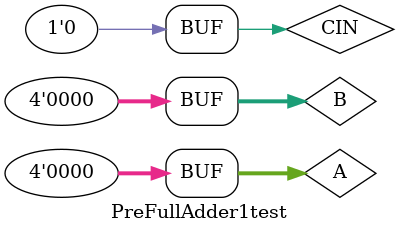
<source format=v>
`timescale 1ns / 1ps


module PreFullAdder1test;

	// Inputs
	reg [3:0] A;
	reg [3:0] B;
	reg CIN;

	// Outputs
	wire [3:0] F;
	wire COUT;

	// Instantiate the Unit Under Test (UUT)
	PreFullAdder1 uut (
		.A(A), 
		.B(B), 
		.CIN(CIN), 
		.F(F), 
		.COUT(COUT)
	);

	initial begin
		// Initialize Inputs
		A = 0;
		B = 0;
		CIN = 0;

		// Wait 100 ns for global reset to finish
		#100;
        
		// Add stimulus here

	end
      
endmodule


</source>
